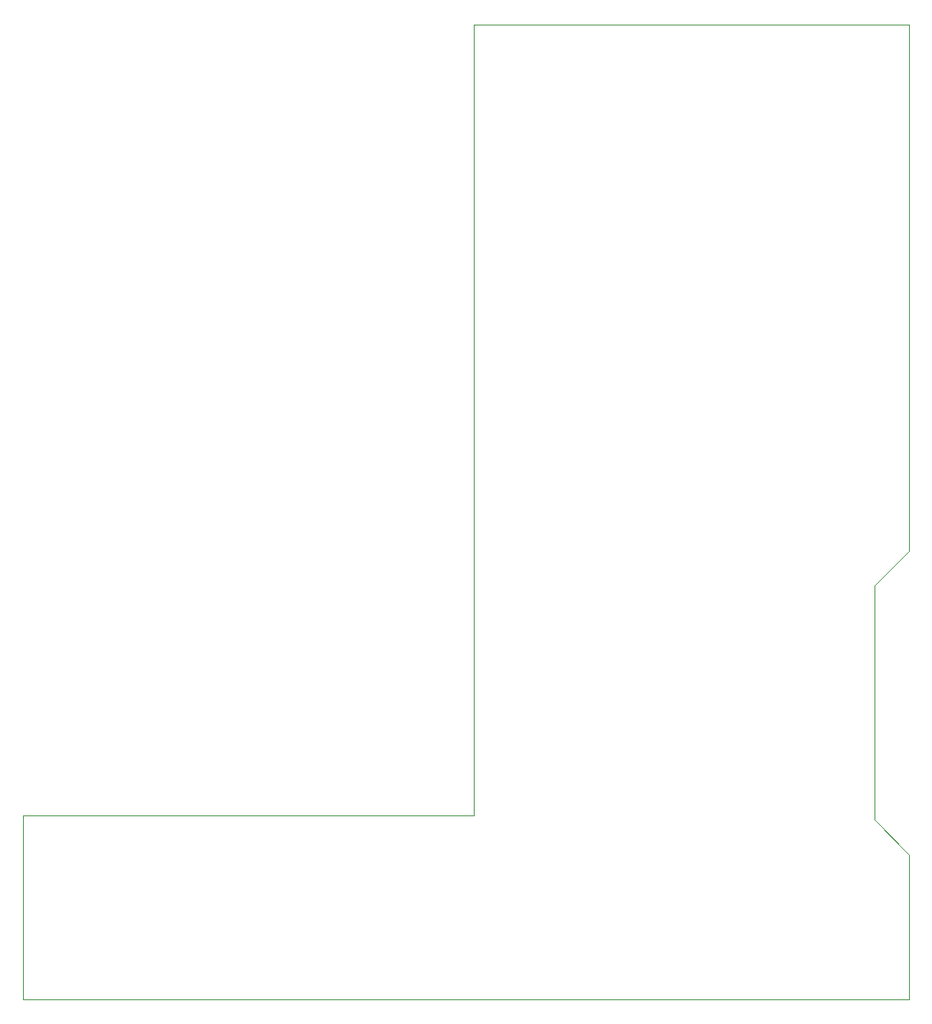
<source format=gbr>
%TF.GenerationSoftware,KiCad,Pcbnew,8.0.1*%
%TF.CreationDate,2024-06-09T23:46:05+01:00*%
%TF.ProjectId,BBC-PS2,4242432d-5053-4322-9e6b-696361645f70,rev?*%
%TF.SameCoordinates,Original*%
%TF.FileFunction,Profile,NP*%
%FSLAX46Y46*%
G04 Gerber Fmt 4.6, Leading zero omitted, Abs format (unit mm)*
G04 Created by KiCad (PCBNEW 8.0.1) date 2024-06-09 23:46:05*
%MOMM*%
%LPD*%
G01*
G04 APERTURE LIST*
%TA.AperFunction,Profile*%
%ADD10C,0.100000*%
%TD*%
G04 APERTURE END LIST*
D10*
X160625000Y-86175000D02*
X164200000Y-82600000D01*
X164200000Y-82600000D02*
X164200000Y-81900000D01*
X160625000Y-108800000D02*
X160625000Y-86175000D01*
X160625000Y-108800000D02*
X160625000Y-110350000D01*
X160625000Y-110350000D02*
X164200000Y-113925000D01*
X164200000Y-28325000D02*
X164200000Y-81900000D01*
X164200000Y-113925000D02*
X164200000Y-128825000D01*
X119275000Y-28325000D02*
X164200000Y-28325000D01*
X119275000Y-109900000D02*
X119275000Y-28325000D01*
X72800000Y-109900000D02*
X119275000Y-109900000D01*
X72800000Y-128825000D02*
X72800000Y-109900000D01*
X164200000Y-128825000D02*
X72800000Y-128825000D01*
M02*

</source>
